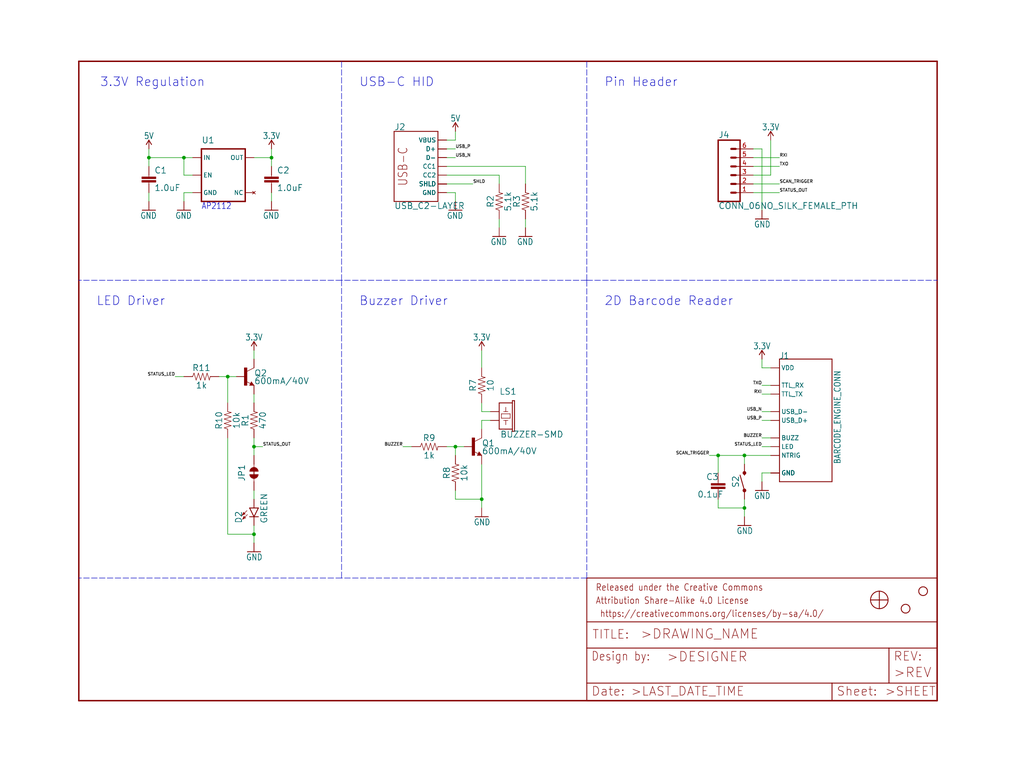
<source format=kicad_sch>
(kicad_sch (version 20211123) (generator eeschema)
  (paper "User" 297.002 223.926)
  (lib_symbols
    (symbol "eagleSchem-eagle-import:0.1UF-0603-25V-(+80{slash}-20%)"
      (property "Reference" "C" (at 1.524 2.921 0))
      (property "Value" "0.1UF-0603-25V-(+80{slash}-20%)" (at 1.524 -2.159 0))
      (symbol "0.1UF-0603-25V-(+80{slash}-20%)_1_0"
        (rectangle (start -2.032 0.508) (end 2.032 1.016) (fill (type outline)))
        (rectangle (start -2.032 1.524) (end 2.032 2.032) (fill (type outline)))
        (polyline (pts (xy 0 0) (xy 0 0.508)) (stroke (width 0.1524)))
        (polyline (pts (xy 0 2.54) (xy 0 2.032)) (stroke (width 0.1524)))
        (pin passive line (at 0 5.08 270) (length 2.54) (name "1") (number "1"))
        (pin passive line (at 0 -2.54 90) (length 2.54) (name "2") (number "2"))
      )
    )
    (symbol "eagleSchem-eagle-import:1.0UF-0603-16V-10%"
      (property "Reference" "C" (at 1.524 2.921 0))
      (property "Value" "1.0UF-0603-16V-10%" (at 1.524 -2.159 0))
      (symbol "1.0UF-0603-16V-10%_1_0"
        (rectangle (start -2.032 0.508) (end 2.032 1.016) (fill (type outline)))
        (rectangle (start -2.032 1.524) (end 2.032 2.032) (fill (type outline)))
        (polyline (pts (xy 0 0) (xy 0 0.508)) (stroke (width 0.1524)))
        (polyline (pts (xy 0 2.54) (xy 0 2.032)) (stroke (width 0.1524)))
        (pin passive line (at 0 5.08 270) (length 2.54) (name "1") (number "1"))
        (pin passive line (at 0 -2.54 90) (length 2.54) (name "2") (number "2"))
      )
    )
    (symbol "eagleSchem-eagle-import:10KOHM-0603-1{slash}10W-1%"
      (property "Reference" "R" (at 0 1.524 0))
      (property "Value" "10KOHM-0603-1{slash}10W-1%" (at 0 -1.524 0))
      (symbol "10KOHM-0603-1{slash}10W-1%_1_0"
        (polyline (pts (xy -2.54 0) (xy -2.159 1.016)) (stroke (width 0.1524)))
        (polyline (pts (xy -2.159 1.016) (xy -1.524 -1.016)) (stroke (width 0.1524)))
        (polyline (pts (xy -1.524 -1.016) (xy -0.889 1.016)) (stroke (width 0.1524)))
        (polyline (pts (xy -0.889 1.016) (xy -0.254 -1.016)) (stroke (width 0.1524)))
        (polyline (pts (xy -0.254 -1.016) (xy 0.381 1.016)) (stroke (width 0.1524)))
        (polyline (pts (xy 0.381 1.016) (xy 1.016 -1.016)) (stroke (width 0.1524)))
        (polyline (pts (xy 1.016 -1.016) (xy 1.651 1.016)) (stroke (width 0.1524)))
        (polyline (pts (xy 1.651 1.016) (xy 2.286 -1.016)) (stroke (width 0.1524)))
        (polyline (pts (xy 2.286 -1.016) (xy 2.54 0)) (stroke (width 0.1524)))
        (pin passive line (at -5.08 0 0) (length 2.54) (name "1") (number "1"))
        (pin passive line (at 5.08 0 180) (length 2.54) (name "2") (number "2"))
      )
    )
    (symbol "eagleSchem-eagle-import:10OHM-0603-1{slash}10W-5%"
      (property "Reference" "R" (at 0 1.524 0))
      (property "Value" "10OHM-0603-1{slash}10W-5%" (at 0 -1.524 0))
      (symbol "10OHM-0603-1{slash}10W-5%_1_0"
        (polyline (pts (xy -2.54 0) (xy -2.159 1.016)) (stroke (width 0.1524)))
        (polyline (pts (xy -2.159 1.016) (xy -1.524 -1.016)) (stroke (width 0.1524)))
        (polyline (pts (xy -1.524 -1.016) (xy -0.889 1.016)) (stroke (width 0.1524)))
        (polyline (pts (xy -0.889 1.016) (xy -0.254 -1.016)) (stroke (width 0.1524)))
        (polyline (pts (xy -0.254 -1.016) (xy 0.381 1.016)) (stroke (width 0.1524)))
        (polyline (pts (xy 0.381 1.016) (xy 1.016 -1.016)) (stroke (width 0.1524)))
        (polyline (pts (xy 1.016 -1.016) (xy 1.651 1.016)) (stroke (width 0.1524)))
        (polyline (pts (xy 1.651 1.016) (xy 2.286 -1.016)) (stroke (width 0.1524)))
        (polyline (pts (xy 2.286 -1.016) (xy 2.54 0)) (stroke (width 0.1524)))
        (pin passive line (at -5.08 0 0) (length 2.54) (name "1") (number "1"))
        (pin passive line (at 5.08 0 180) (length 2.54) (name "2") (number "2"))
      )
    )
    (symbol "eagleSchem-eagle-import:1KOHM-0603-1{slash}10W-1%"
      (property "Reference" "R" (at 0 1.524 0))
      (property "Value" "1KOHM-0603-1{slash}10W-1%" (at 0 -1.524 0))
      (symbol "1KOHM-0603-1{slash}10W-1%_1_0"
        (polyline (pts (xy -2.54 0) (xy -2.159 1.016)) (stroke (width 0.1524)))
        (polyline (pts (xy -2.159 1.016) (xy -1.524 -1.016)) (stroke (width 0.1524)))
        (polyline (pts (xy -1.524 -1.016) (xy -0.889 1.016)) (stroke (width 0.1524)))
        (polyline (pts (xy -0.889 1.016) (xy -0.254 -1.016)) (stroke (width 0.1524)))
        (polyline (pts (xy -0.254 -1.016) (xy 0.381 1.016)) (stroke (width 0.1524)))
        (polyline (pts (xy 0.381 1.016) (xy 1.016 -1.016)) (stroke (width 0.1524)))
        (polyline (pts (xy 1.016 -1.016) (xy 1.651 1.016)) (stroke (width 0.1524)))
        (polyline (pts (xy 1.651 1.016) (xy 2.286 -1.016)) (stroke (width 0.1524)))
        (polyline (pts (xy 2.286 -1.016) (xy 2.54 0)) (stroke (width 0.1524)))
        (pin passive line (at -5.08 0 0) (length 2.54) (name "1") (number "1"))
        (pin passive line (at 5.08 0 180) (length 2.54) (name "2") (number "2"))
      )
    )
    (symbol "eagleSchem-eagle-import:3.3V" (power)
      (property "Value" "3.3V" (at 0 2.794 0))
      (symbol "3.3V_1_0"
        (polyline (pts (xy 0 2.54) (xy -0.762 1.27)) (stroke (width 0.254)))
        (polyline (pts (xy 0.762 1.27) (xy 0 2.54)) (stroke (width 0.254)))
        (pin power_in line (at 0 0 90) (length 2.54) (name "3.3V") (number "1"))
      )
    )
    (symbol "eagleSchem-eagle-import:470OHM-0603-1{slash}10W-1%"
      (property "Reference" "R" (at 0 1.524 0))
      (property "Value" "470OHM-0603-1{slash}10W-1%" (at 0 -1.524 0))
      (symbol "470OHM-0603-1{slash}10W-1%_1_0"
        (polyline (pts (xy -2.54 0) (xy -2.159 1.016)) (stroke (width 0.1524)))
        (polyline (pts (xy -2.159 1.016) (xy -1.524 -1.016)) (stroke (width 0.1524)))
        (polyline (pts (xy -1.524 -1.016) (xy -0.889 1.016)) (stroke (width 0.1524)))
        (polyline (pts (xy -0.889 1.016) (xy -0.254 -1.016)) (stroke (width 0.1524)))
        (polyline (pts (xy -0.254 -1.016) (xy 0.381 1.016)) (stroke (width 0.1524)))
        (polyline (pts (xy 0.381 1.016) (xy 1.016 -1.016)) (stroke (width 0.1524)))
        (polyline (pts (xy 1.016 -1.016) (xy 1.651 1.016)) (stroke (width 0.1524)))
        (polyline (pts (xy 1.651 1.016) (xy 2.286 -1.016)) (stroke (width 0.1524)))
        (polyline (pts (xy 2.286 -1.016) (xy 2.54 0)) (stroke (width 0.1524)))
        (pin passive line (at -5.08 0 0) (length 2.54) (name "1") (number "1"))
        (pin passive line (at 5.08 0 180) (length 2.54) (name "2") (number "2"))
      )
    )
    (symbol "eagleSchem-eagle-import:5.1KOHM5.1KOHM-0603-1{slash}10W-1%"
      (property "Reference" "R" (at 0 1.524 0))
      (property "Value" "5.1KOHM5.1KOHM-0603-1{slash}10W-1%" (at 0 -1.524 0))
      (symbol "5.1KOHM5.1KOHM-0603-1{slash}10W-1%_1_0"
        (polyline (pts (xy -2.54 0) (xy -2.159 1.016)) (stroke (width 0.1524)))
        (polyline (pts (xy -2.159 1.016) (xy -1.524 -1.016)) (stroke (width 0.1524)))
        (polyline (pts (xy -1.524 -1.016) (xy -0.889 1.016)) (stroke (width 0.1524)))
        (polyline (pts (xy -0.889 1.016) (xy -0.254 -1.016)) (stroke (width 0.1524)))
        (polyline (pts (xy -0.254 -1.016) (xy 0.381 1.016)) (stroke (width 0.1524)))
        (polyline (pts (xy 0.381 1.016) (xy 1.016 -1.016)) (stroke (width 0.1524)))
        (polyline (pts (xy 1.016 -1.016) (xy 1.651 1.016)) (stroke (width 0.1524)))
        (polyline (pts (xy 1.651 1.016) (xy 2.286 -1.016)) (stroke (width 0.1524)))
        (polyline (pts (xy 2.286 -1.016) (xy 2.54 0)) (stroke (width 0.1524)))
        (pin passive line (at -5.08 0 0) (length 2.54) (name "1") (number "1"))
        (pin passive line (at 5.08 0 180) (length 2.54) (name "2") (number "2"))
      )
    )
    (symbol "eagleSchem-eagle-import:5V" (power)
      (property "Value" "5V" (at 0 2.794 0))
      (symbol "5V_1_0"
        (polyline (pts (xy 0 2.54) (xy -0.762 1.27)) (stroke (width 0.254)))
        (polyline (pts (xy 0.762 1.27) (xy 0 2.54)) (stroke (width 0.254)))
        (pin power_in line (at 0 0 90) (length 2.54) (name "5V") (number "1"))
      )
    )
    (symbol "eagleSchem-eagle-import:BARCODE_ENGINE_CONN"
      (property "Reference" "J" (at -7.62 17.78 0))
      (property "Value" "BARCODE_ENGINE_CONN" (at -7.62 -20.32 0))
      (symbol "BARCODE_ENGINE_CONN_1_0"
        (polyline (pts (xy -7.62 -17.78) (xy 7.62 -17.78)) (stroke (width 0.254)))
        (polyline (pts (xy -7.62 17.78) (xy -7.62 -17.78)) (stroke (width 0.254)))
        (polyline (pts (xy 7.62 -17.78) (xy 7.62 17.78)) (stroke (width 0.254)))
        (polyline (pts (xy 7.62 17.78) (xy -7.62 17.78)) (stroke (width 0.254)))
        (pin input line (at -10.16 -10.16 0) (length 2.54) (name "NTRIG") (number "P$1"))
        (pin power_in line (at -10.16 -15.24 0) (length 2.54) (name "GND") (number "P$10"))
        (pin power_in line (at -10.16 15.24 0) (length 2.54) (name "VDD") (number "P$11"))
        (pin power_in line (at -10.16 -15.24 0) (length 2.54) (name "GND") (number "P$13"))
        (pin power_in line (at -10.16 -15.24 0) (length 2.54) (name "GND") (number "P$14"))
        (pin input line (at -10.16 -7.62 0) (length 2.54) (name "LED") (number "P$3"))
        (pin output line (at -10.16 -5.08 0) (length 2.54) (name "BUZZ") (number "P$4"))
        (pin bidirectional line (at -10.16 0 0) (length 2.54) (name "USB_D+") (number "P$6"))
        (pin bidirectional line (at -10.16 2.54 0) (length 2.54) (name "USB_D-") (number "P$7"))
        (pin output line (at -10.16 7.62 0) (length 2.54) (name "TTL_TX") (number "P$8"))
        (pin input line (at -10.16 10.16 0) (length 2.54) (name "TTL_RX") (number "P$9"))
      )
    )
    (symbol "eagleSchem-eagle-import:BARCODE_SCANNER_MOUNT"
      (symbol "BARCODE_SCANNER_MOUNT_1_0"
        (polyline (pts (xy -2.54 0) (xy 2.54 0)) (stroke (width 0.254)))
        (polyline (pts (xy 0 2.54) (xy 0 -2.54)) (stroke (width 0.254)))
        (circle (center 0 0) (radius 2.54) (stroke (width 0.254)))
      )
    )
    (symbol "eagleSchem-eagle-import:BUZZER-SMD"
      (property "Reference" "LS" (at -2.54 4.826 0))
      (property "Value" "BUZZER-SMD" (at 5.334 0 0))
      (symbol "BUZZER-SMD_1_0"
        (polyline (pts (xy -3.175 3.81) (xy -2.54 3.81)) (stroke (width 0.254)))
        (polyline (pts (xy -3.175 4.445) (xy -3.175 3.81)) (stroke (width 0.254)))
        (polyline (pts (xy -2.54 0) (xy 5.08 0)) (stroke (width 0.254)))
        (polyline (pts (xy -2.54 3.81) (xy -2.54 0)) (stroke (width 0.254)))
        (polyline (pts (xy -2.54 3.81) (xy 5.08 3.81)) (stroke (width 0.254)))
        (polyline (pts (xy -1.27 1.905) (xy 0 1.905)) (stroke (width 0.1524)))
        (polyline (pts (xy 0 1.905) (xy 0 1.27)) (stroke (width 0.1524)))
        (polyline (pts (xy 0 1.905) (xy 0 2.54)) (stroke (width 0.1524)))
        (polyline (pts (xy 0.635 0.635) (xy 1.905 0.635)) (stroke (width 0.1524)))
        (polyline (pts (xy 0.635 3.175) (xy 0.635 0.635)) (stroke (width 0.1524)))
        (polyline (pts (xy 1.905 0.635) (xy 1.905 3.175)) (stroke (width 0.1524)))
        (polyline (pts (xy 1.905 3.175) (xy 0.635 3.175)) (stroke (width 0.1524)))
        (polyline (pts (xy 2.54 1.905) (xy 2.54 1.27)) (stroke (width 0.1524)))
        (polyline (pts (xy 2.54 1.905) (xy 3.81 1.905)) (stroke (width 0.1524)))
        (polyline (pts (xy 2.54 2.54) (xy 2.54 1.905)) (stroke (width 0.1524)))
        (polyline (pts (xy 5.08 0) (xy 5.08 3.81)) (stroke (width 0.254)))
        (polyline (pts (xy 5.08 3.81) (xy 5.715 3.81)) (stroke (width 0.254)))
        (polyline (pts (xy 5.715 3.81) (xy 5.715 4.445)) (stroke (width 0.254)))
        (polyline (pts (xy 5.715 4.445) (xy -3.175 4.445)) (stroke (width 0.254)))
        (pin passive line (at 0 -2.54 90) (length 2.54) (name "1") (number "+"))
        (pin passive line (at 2.54 -2.54 90) (length 2.54) (name "2") (number "-"))
      )
    )
    (symbol "eagleSchem-eagle-import:CONN_06NO_SILK_FEMALE_PTH"
      (property "Reference" "J" (at -5.08 10.668 0))
      (property "Value" "CONN_06NO_SILK_FEMALE_PTH" (at -5.08 -9.906 0))
      (symbol "CONN_06NO_SILK_FEMALE_PTH_1_0"
        (polyline (pts (xy -5.08 10.16) (xy -5.08 -7.62)) (stroke (width 0.4064)))
        (polyline (pts (xy -5.08 10.16) (xy 1.27 10.16)) (stroke (width 0.4064)))
        (polyline (pts (xy -1.27 -5.08) (xy 0 -5.08)) (stroke (width 0.6096)))
        (polyline (pts (xy -1.27 -2.54) (xy 0 -2.54)) (stroke (width 0.6096)))
        (polyline (pts (xy -1.27 0) (xy 0 0)) (stroke (width 0.6096)))
        (polyline (pts (xy -1.27 2.54) (xy 0 2.54)) (stroke (width 0.6096)))
        (polyline (pts (xy -1.27 5.08) (xy 0 5.08)) (stroke (width 0.6096)))
        (polyline (pts (xy -1.27 7.62) (xy 0 7.62)) (stroke (width 0.6096)))
        (polyline (pts (xy 1.27 -7.62) (xy -5.08 -7.62)) (stroke (width 0.4064)))
        (polyline (pts (xy 1.27 -7.62) (xy 1.27 10.16)) (stroke (width 0.4064)))
        (pin passive line (at 5.08 -5.08 180) (length 5.08) (name "1") (number "1"))
        (pin passive line (at 5.08 -2.54 180) (length 5.08) (name "2") (number "2"))
        (pin passive line (at 5.08 0 180) (length 5.08) (name "3") (number "3"))
        (pin passive line (at 5.08 2.54 180) (length 5.08) (name "4") (number "4"))
        (pin passive line (at 5.08 5.08 180) (length 5.08) (name "5") (number "5"))
        (pin passive line (at 5.08 7.62 180) (length 5.08) (name "6") (number "6"))
      )
    )
    (symbol "eagleSchem-eagle-import:FRAME-LETTERNO_PACKAGE"
      (symbol "FRAME-LETTERNO_PACKAGE_1_0"
        (polyline (pts (xy 0 0) (xy 248.92 0)) (stroke (width 0.4064)))
        (polyline (pts (xy 0 185.42) (xy 0 0)) (stroke (width 0.4064)))
        (polyline (pts (xy 0 185.42) (xy 248.92 185.42)) (stroke (width 0.4064)))
        (polyline (pts (xy 248.92 185.42) (xy 248.92 0)) (stroke (width 0.4064)))
      )
      (symbol "FRAME-LETTERNO_PACKAGE_2_0"
        (polyline (pts (xy 0 0) (xy 0 5.08)) (stroke (width 0.254)))
        (polyline (pts (xy 0 0) (xy 71.12 0)) (stroke (width 0.254)))
        (polyline (pts (xy 0 5.08) (xy 0 15.24)) (stroke (width 0.254)))
        (polyline (pts (xy 0 5.08) (xy 71.12 5.08)) (stroke (width 0.254)))
        (polyline (pts (xy 0 15.24) (xy 0 22.86)) (stroke (width 0.254)))
        (polyline (pts (xy 0 22.86) (xy 0 35.56)) (stroke (width 0.254)))
        (polyline (pts (xy 0 22.86) (xy 101.6 22.86)) (stroke (width 0.254)))
        (polyline (pts (xy 71.12 0) (xy 101.6 0)) (stroke (width 0.254)))
        (polyline (pts (xy 71.12 5.08) (xy 71.12 0)) (stroke (width 0.254)))
        (polyline (pts (xy 71.12 5.08) (xy 87.63 5.08)) (stroke (width 0.254)))
        (polyline (pts (xy 87.63 5.08) (xy 101.6 5.08)) (stroke (width 0.254)))
        (polyline (pts (xy 87.63 15.24) (xy 0 15.24)) (stroke (width 0.254)))
        (polyline (pts (xy 87.63 15.24) (xy 87.63 5.08)) (stroke (width 0.254)))
        (polyline (pts (xy 101.6 5.08) (xy 101.6 0)) (stroke (width 0.254)))
        (polyline (pts (xy 101.6 15.24) (xy 87.63 15.24)) (stroke (width 0.254)))
        (polyline (pts (xy 101.6 15.24) (xy 101.6 5.08)) (stroke (width 0.254)))
        (polyline (pts (xy 101.6 22.86) (xy 101.6 15.24)) (stroke (width 0.254)))
        (polyline (pts (xy 101.6 35.56) (xy 0 35.56)) (stroke (width 0.254)))
        (polyline (pts (xy 101.6 35.56) (xy 101.6 22.86)) (stroke (width 0.254)))
        (text " https://creativecommons.org/licenses/by-sa/4.0/" (at 2.54 24.13 0) (effects (font (size 1.9304 1.6408)) (justify left bottom)))
        (text ">DESIGNER" (at 23.114 11.176 0) (effects (font (size 2.7432 2.7432)) (justify left bottom)))
        (text ">DRAWING_NAME" (at 15.494 17.78 0) (effects (font (size 2.7432 2.7432)) (justify left bottom)))
        (text ">LAST_DATE_TIME" (at 12.7 1.27 0) (effects (font (size 2.54 2.54)) (justify left bottom)))
        (text ">REV" (at 88.9 6.604 0) (effects (font (size 2.7432 2.7432)) (justify left bottom)))
        (text ">SHEET" (at 86.36 1.27 0) (effects (font (size 2.54 2.54)) (justify left bottom)))
        (text "Attribution Share-Alike 4.0 License" (at 2.54 27.94 0) (effects (font (size 1.9304 1.6408)) (justify left bottom)))
        (text "Date:" (at 1.27 1.27 0) (effects (font (size 2.54 2.54)) (justify left bottom)))
        (text "Design by:" (at 1.27 11.43 0) (effects (font (size 2.54 2.159)) (justify left bottom)))
        (text "Released under the Creative Commons" (at 2.54 31.75 0) (effects (font (size 1.9304 1.6408)) (justify left bottom)))
        (text "REV:" (at 88.9 11.43 0) (effects (font (size 2.54 2.54)) (justify left bottom)))
        (text "Sheet:" (at 72.39 1.27 0) (effects (font (size 2.54 2.54)) (justify left bottom)))
        (text "TITLE:" (at 1.524 17.78 0) (effects (font (size 2.54 2.54)) (justify left bottom)))
      )
    )
    (symbol "eagleSchem-eagle-import:GND" (power)
      (property "Value" "GND" (at 0 -0.254 0))
      (symbol "GND_1_0"
        (polyline (pts (xy -1.905 0) (xy 1.905 0)) (stroke (width 0.254)))
        (pin power_in line (at 0 2.54 270) (length 2.54) (name "GND") (number "1"))
      )
    )
    (symbol "eagleSchem-eagle-import:JUMPER-SMT_2_NC_TRACE_SILK"
      (property "Reference" "JP" (at -2.54 2.54 0))
      (property "Value" "JUMPER-SMT_2_NC_TRACE_SILK" (at -2.54 -2.54 0))
      (symbol "JUMPER-SMT_2_NC_TRACE_SILK_1_0"
        (arc (start -0.381 1.2699) (mid -1.6508 0) (end -0.381 -1.2699) (stroke (width 0.0001)) (fill (type outline)))
        (polyline (pts (xy -2.54 0) (xy -1.651 0)) (stroke (width 0.1524)))
        (polyline (pts (xy -0.762 0) (xy 1.016 0)) (stroke (width 0.254)))
        (polyline (pts (xy 2.54 0) (xy 1.651 0)) (stroke (width 0.1524)))
        (arc (start 0.381 -1.2698) (mid 1.279 -0.898) (end 1.6509 0) (stroke (width 0.0001)) (fill (type outline)))
        (arc (start 1.651 0) (mid 1.2789 0.8979) (end 0.381 1.2699) (stroke (width 0.0001)) (fill (type outline)))
        (pin passive line (at -5.08 0 0) (length 2.54) (name "1") (number "1"))
        (pin passive line (at 5.08 0 180) (length 2.54) (name "2") (number "2"))
      )
    )
    (symbol "eagleSchem-eagle-import:LED-GREEN0603"
      (property "Reference" "D" (at -3.429 -4.572 90))
      (property "Value" "LED-GREEN0603" (at 1.905 -4.572 90))
      (symbol "LED-GREEN0603_1_0"
        (polyline (pts (xy -2.032 -0.762) (xy -3.429 -2.159)) (stroke (width 0.1524)))
        (polyline (pts (xy -1.905 -1.905) (xy -3.302 -3.302)) (stroke (width 0.1524)))
        (polyline (pts (xy 0 -2.54) (xy -1.27 -2.54)) (stroke (width 0.254)))
        (polyline (pts (xy 0 -2.54) (xy -1.27 0)) (stroke (width 0.254)))
        (polyline (pts (xy 1.27 -2.54) (xy 0 -2.54)) (stroke (width 0.254)))
        (polyline (pts (xy 1.27 0) (xy -1.27 0)) (stroke (width 0.254)))
        (polyline (pts (xy 1.27 0) (xy 0 -2.54)) (stroke (width 0.254)))
        (polyline (pts (xy -3.429 -2.159) (xy -3.048 -1.27) (xy -2.54 -1.778)) (fill (type outline)))
        (polyline (pts (xy -3.302 -3.302) (xy -2.921 -2.413) (xy -2.413 -2.921)) (fill (type outline)))
        (pin passive line (at 0 2.54 270) (length 2.54) (name "A") (number "A"))
        (pin passive line (at 0 -5.08 90) (length 2.54) (name "C") (number "C"))
      )
    )
    (symbol "eagleSchem-eagle-import:MOMENTARY-SWITCH-SPST-SMD-5.2MM-TALL"
      (property "Reference" "S" (at 0 1.524 0))
      (property "Value" "MOMENTARY-SWITCH-SPST-SMD-5.2MM-TALL" (at 0 -0.508 0))
      (symbol "MOMENTARY-SWITCH-SPST-SMD-5.2MM-TALL_1_0"
        (circle (center -2.54 0) (radius 0.127) (stroke (width 0.4064)))
        (polyline (pts (xy -2.54 0) (xy 1.905 1.27)) (stroke (width 0.254)))
        (polyline (pts (xy 1.905 0) (xy 2.54 0)) (stroke (width 0.254)))
        (circle (center 2.54 0) (radius 0.127) (stroke (width 0.4064)))
        (pin passive line (at -5.08 0 0) (length 2.54) (name "1") (number "1"))
        (pin passive line (at 5.08 0 180) (length 2.54) (name "2") (number "3"))
      )
    )
    (symbol "eagleSchem-eagle-import:STAND-OFF"
      (symbol "STAND-OFF_1_0"
        (circle (center 0 0) (radius 1.27) (stroke (width 0.254)))
      )
    )
    (symbol "eagleSchem-eagle-import:TRANS_NPN-MMBT2222AL"
      (property "Reference" "Q" (at 2.54 0 0))
      (property "Value" "TRANS_NPN-MMBT2222AL" (at 2.54 -2.286 0))
      (symbol "TRANS_NPN-MMBT2222AL_1_0"
        (rectangle (start -0.254 -2.54) (end 0.508 2.54) (fill (type outline)))
        (polyline (pts (xy 1.27 -2.54) (xy 1.778 -1.524)) (stroke (width 0.1524)))
        (polyline (pts (xy 1.524 -2.413) (xy 2.286 -2.413)) (stroke (width 0.254)))
        (polyline (pts (xy 1.524 -2.286) (xy 1.905 -2.286)) (stroke (width 0.254)))
        (polyline (pts (xy 1.54 -2.04) (xy 0.308 -1.424)) (stroke (width 0.1524)))
        (polyline (pts (xy 1.778 -1.778) (xy 1.524 -2.286)) (stroke (width 0.254)))
        (polyline (pts (xy 1.778 -1.524) (xy 2.54 -2.54)) (stroke (width 0.1524)))
        (polyline (pts (xy 1.905 -2.286) (xy 1.778 -2.032)) (stroke (width 0.254)))
        (polyline (pts (xy 2.286 -2.413) (xy 1.778 -1.778)) (stroke (width 0.254)))
        (polyline (pts (xy 2.54 -2.54) (xy 1.27 -2.54)) (stroke (width 0.1524)))
        (polyline (pts (xy 2.54 2.54) (xy 0.508 1.524)) (stroke (width 0.1524)))
        (pin passive line (at -2.54 0 0) (length 2.54) (name "B") (number "1"))
        (pin passive line (at 2.54 -5.08 90) (length 2.54) (name "E") (number "2"))
        (pin passive line (at 2.54 5.08 270) (length 2.54) (name "C") (number "3"))
      )
    )
    (symbol "eagleSchem-eagle-import:USB_C2-LAYER"
      (property "Reference" "J" (at -2.54 10.414 0))
      (property "Value" "USB_C2-LAYER" (at -2.54 -12.446 0))
      (symbol "USB_C2-LAYER_1_0"
        (polyline (pts (xy -2.54 -10.16) (xy -2.54 10.16)) (stroke (width 0.254)))
        (polyline (pts (xy -2.54 -10.16) (xy 10.16 -10.16)) (stroke (width 0.254)))
        (polyline (pts (xy 10.16 -10.16) (xy 10.16 10.16)) (stroke (width 0.254)))
        (polyline (pts (xy 10.16 10.16) (xy -2.54 10.16)) (stroke (width 0.254)))
        (text "USB-C" (at 0 0 900) (effects (font (size 2.54 2.159))))
        (pin bidirectional line (at 12.7 0 180) (length 2.54) (name "CC1") (number "A5"))
        (pin bidirectional line (at 12.7 5.08 180) (length 2.54) (name "D+") (number "A6"))
        (pin bidirectional line (at 12.7 2.54 180) (length 2.54) (name "D-") (number "A7"))
        (pin bidirectional line (at 12.7 -2.54 180) (length 2.54) (name "CC2") (number "B5"))
        (pin bidirectional line (at 12.7 5.08 180) (length 2.54) (name "D+") (number "B6"))
        (pin bidirectional line (at 12.7 2.54 180) (length 2.54) (name "D-") (number "B7"))
        (pin bidirectional line (at 12.7 -7.62 180) (length 2.54) (name "GND") (number "GND"))
        (pin bidirectional line (at 12.7 -7.62 180) (length 2.54) (name "GND") (number "GND2"))
        (pin bidirectional line (at 12.7 -5.08 180) (length 2.54) (name "SHLD") (number "SHLD1"))
        (pin bidirectional line (at 12.7 -5.08 180) (length 2.54) (name "SHLD") (number "SHLD2"))
        (pin bidirectional line (at 12.7 -5.08 180) (length 2.54) (name "SHLD") (number "SHLD3"))
        (pin bidirectional line (at 12.7 -5.08 180) (length 2.54) (name "SHLD") (number "SHLD4"))
        (pin bidirectional line (at 12.7 -5.08 180) (length 2.54) (name "SHLD") (number "SHLD5"))
        (pin bidirectional line (at 12.7 -5.08 180) (length 2.54) (name "SHLD") (number "SHLD6"))
        (pin bidirectional line (at 12.7 -5.08 180) (length 2.54) (name "SHLD") (number "SHLD7"))
        (pin bidirectional line (at 12.7 -5.08 180) (length 2.54) (name "SHLD") (number "SHLD8"))
        (pin bidirectional line (at 12.7 7.62 180) (length 2.54) (name "VBUS") (number "VBUS1"))
        (pin bidirectional line (at 12.7 7.62 180) (length 2.54) (name "VBUS") (number "VBUS2"))
      )
    )
    (symbol "eagleSchem-eagle-import:V_REG_AP2112K-3.3V"
      (property "Reference" "U" (at -7.62 7.874 0))
      (property "Value" "V_REG_AP2112K-3.3V" (at -7.62 -7.874 0))
      (symbol "V_REG_AP2112K-3.3V_1_0"
        (polyline (pts (xy -7.62 -7.62) (xy 5.08 -7.62)) (stroke (width 0.4064)))
        (polyline (pts (xy -7.62 7.62) (xy -7.62 -7.62)) (stroke (width 0.4064)))
        (polyline (pts (xy 5.08 -7.62) (xy 5.08 7.62)) (stroke (width 0.4064)))
        (polyline (pts (xy 5.08 7.62) (xy -7.62 7.62)) (stroke (width 0.4064)))
        (pin input line (at -10.16 5.08 0) (length 2.54) (name "IN") (number "1"))
        (pin input line (at -10.16 -5.08 0) (length 2.54) (name "GND") (number "2"))
        (pin input line (at -10.16 0 0) (length 2.54) (name "EN") (number "3"))
        (pin no_connect line (at 7.62 -5.08 180) (length 2.54) (name "NC") (number "4"))
        (pin passive line (at 7.62 5.08 180) (length 2.54) (name "OUT") (number "5"))
      )
    )
  )
  (junction (at 139.7 144.78))
  (junction (at 132.08 129.54))
  (junction (at 43.18 45.72))
  (junction (at 53.34 45.72))
  (junction (at 78.74 45.72))
  (junction (at 208.28 132.08))
  (junction (at 215.9 132.08))
  (junction (at 66.04 109.22))
  (junction (at 73.66 154.94))
  (junction (at 73.66 129.54))
  (junction (at 215.9 147.32))
  (wire (pts (xy 208.28 144.78) (xy 208.28 147.32)))
  (wire (pts (xy 132.08 55.88) (xy 132.08 58.42)))
  (wire (pts (xy 208.28 147.32) (xy 215.9 147.32)))
  (polyline (pts (xy 170.18 167.64) (xy 99.06 167.64)))
  (wire (pts (xy 73.66 129.54) (xy 76.2 129.54)))
  (wire (pts (xy 66.04 109.22) (xy 68.58 109.22)))
  (wire (pts (xy 55.88 50.8) (xy 53.34 50.8)))
  (wire (pts (xy 218.44 43.18) (xy 220.98 43.18)))
  (wire (pts (xy 129.54 43.18) (xy 132.08 43.18)))
  (wire (pts (xy 144.78 66.04) (xy 144.78 63.5)))
  (wire (pts (xy 223.52 114.3) (xy 220.98 114.3)))
  (wire (pts (xy 218.44 50.8) (xy 223.52 50.8)))
  (wire (pts (xy 53.34 55.88) (xy 53.34 58.42)))
  (wire (pts (xy 215.9 147.32) (xy 215.9 144.78)))
  (wire (pts (xy 66.04 154.94) (xy 73.66 154.94)))
  (wire (pts (xy 78.74 58.42) (xy 78.74 55.88)))
  (wire (pts (xy 139.7 144.78) (xy 139.7 147.32)))
  (wire (pts (xy 129.54 50.8) (xy 144.78 50.8)))
  (wire (pts (xy 129.54 55.88) (xy 132.08 55.88)))
  (wire (pts (xy 132.08 129.54) (xy 129.54 129.54)))
  (wire (pts (xy 119.38 129.54) (xy 116.84 129.54)))
  (wire (pts (xy 220.98 137.16) (xy 220.98 139.7)))
  (wire (pts (xy 129.54 48.26) (xy 152.4 48.26)))
  (wire (pts (xy 223.52 129.54) (xy 220.98 129.54)))
  (wire (pts (xy 144.78 50.8) (xy 144.78 53.34)))
  (wire (pts (xy 53.34 45.72) (xy 43.18 45.72)))
  (wire (pts (xy 223.52 137.16) (xy 220.98 137.16)))
  (wire (pts (xy 132.08 144.78) (xy 139.7 144.78)))
  (wire (pts (xy 142.24 119.38) (xy 139.7 119.38)))
  (wire (pts (xy 220.98 106.68) (xy 220.98 104.14)))
  (wire (pts (xy 152.4 53.34) (xy 152.4 48.26)))
  (wire (pts (xy 208.28 132.08) (xy 205.74 132.08)))
  (wire (pts (xy 73.66 101.6) (xy 73.66 104.14)))
  (wire (pts (xy 208.28 137.16) (xy 208.28 132.08)))
  (wire (pts (xy 139.7 144.78) (xy 139.7 134.62)))
  (polyline (pts (xy 99.06 81.28) (xy 99.06 17.78)))
  (polyline (pts (xy 170.18 81.28) (xy 170.18 17.78)))
  (polyline (pts (xy 99.06 167.64) (xy 22.86 167.64)))
  (wire (pts (xy 215.9 149.86) (xy 215.9 147.32)))
  (wire (pts (xy 139.7 119.38) (xy 139.7 116.84)))
  (wire (pts (xy 73.66 127) (xy 73.66 129.54)))
  (polyline (pts (xy 99.06 81.28) (xy 22.86 81.28)))
  (wire (pts (xy 53.34 50.8) (xy 53.34 45.72)))
  (wire (pts (xy 132.08 142.24) (xy 132.08 144.78)))
  (wire (pts (xy 218.44 53.34) (xy 226.06 53.34)))
  (wire (pts (xy 223.52 106.68) (xy 220.98 106.68)))
  (wire (pts (xy 43.18 48.26) (xy 43.18 45.72)))
  (wire (pts (xy 215.9 132.08) (xy 215.9 134.62)))
  (polyline (pts (xy 99.06 81.28) (xy 99.06 167.64)))
  (polyline (pts (xy 170.18 81.28) (xy 271.78 81.28)))
  (wire (pts (xy 73.66 154.94) (xy 73.66 152.4)))
  (wire (pts (xy 132.08 129.54) (xy 132.08 132.08)))
  (wire (pts (xy 223.52 40.64) (xy 223.52 50.8)))
  (wire (pts (xy 43.18 43.18) (xy 43.18 45.72)))
  (wire (pts (xy 218.44 45.72) (xy 226.06 45.72)))
  (wire (pts (xy 134.62 129.54) (xy 132.08 129.54)))
  (wire (pts (xy 53.34 109.22) (xy 50.8 109.22)))
  (wire (pts (xy 129.54 45.72) (xy 132.08 45.72)))
  (wire (pts (xy 73.66 116.84) (xy 73.66 114.3)))
  (wire (pts (xy 132.08 40.64) (xy 132.08 38.1)))
  (wire (pts (xy 66.04 116.84) (xy 66.04 109.22)))
  (wire (pts (xy 78.74 45.72) (xy 78.74 48.26)))
  (polyline (pts (xy 170.18 167.64) (xy 170.18 81.28)))
  (wire (pts (xy 66.04 109.22) (xy 63.5 109.22)))
  (wire (pts (xy 218.44 55.88) (xy 226.06 55.88)))
  (wire (pts (xy 223.52 119.38) (xy 220.98 119.38)))
  (wire (pts (xy 66.04 127) (xy 66.04 154.94)))
  (wire (pts (xy 129.54 40.64) (xy 132.08 40.64)))
  (wire (pts (xy 73.66 142.24) (xy 73.66 144.78)))
  (wire (pts (xy 223.52 111.76) (xy 220.98 111.76)))
  (wire (pts (xy 73.66 157.48) (xy 73.66 154.94)))
  (wire (pts (xy 223.52 127) (xy 220.98 127)))
  (wire (pts (xy 73.66 129.54) (xy 73.66 132.08)))
  (wire (pts (xy 43.18 58.42) (xy 43.18 55.88)))
  (wire (pts (xy 129.54 53.34) (xy 137.16 53.34)))
  (wire (pts (xy 139.7 121.92) (xy 142.24 121.92)))
  (wire (pts (xy 220.98 43.18) (xy 220.98 60.96)))
  (wire (pts (xy 139.7 124.46) (xy 139.7 121.92)))
  (wire (pts (xy 152.4 66.04) (xy 152.4 63.5)))
  (wire (pts (xy 223.52 132.08) (xy 215.9 132.08)))
  (wire (pts (xy 55.88 55.88) (xy 53.34 55.88)))
  (wire (pts (xy 78.74 43.18) (xy 78.74 45.72)))
  (polyline (pts (xy 170.18 81.28) (xy 99.06 81.28)))
  (wire (pts (xy 53.34 45.72) (xy 55.88 45.72)))
  (wire (pts (xy 139.7 106.68) (xy 139.7 101.6)))
  (wire (pts (xy 208.28 132.08) (xy 215.9 132.08)))
  (wire (pts (xy 223.52 121.92) (xy 220.98 121.92)))
  (wire (pts (xy 78.74 45.72) (xy 73.66 45.72)))
  (wire (pts (xy 218.44 48.26) (xy 226.06 48.26)))
  (text "AP2112" (at 58.42 60.96 180) (effects (font (size 1.778 1.5113)) (justify left bottom)))
  (text "LED Driver" (at 27.94 88.9 180) (effects (font (size 2.54 2.54)) (justify left bottom)))
  (text "USB-C HID" (at 104.14 25.4 180) (effects (font (size 2.54 2.54)) (justify left bottom)))
  (text "2D Barcode Reader" (at 175.26 88.9 180) (effects (font (size 2.54 2.54)) (justify left bottom)))
  (text "Pin Header" (at 175.26 25.4 180) (effects (font (size 2.54 2.54)) (justify left bottom)))
  (text "Buzzer Driver" (at 104.14 88.9 180) (effects (font (size 2.54 2.54)) (justify left bottom)))
  (text "3.3V Regulation" (at 28.956 25.4 180) (effects (font (size 2.54 2.54)) (justify left bottom)))
  (label "STATUS_LED" (at 220.98 129.54 180) (effects (font (size 0.889 0.889))))
  (label "RXI" (at 226.06 45.72 0) (effects (font (size 0.889 0.889))))
  (label "STATUS_LED" (at 50.8 109.22 180) (effects (font (size 0.889 0.889))))
  (label "SCAN_TRIGGER" (at 205.74 132.08 180) (effects (font (size 0.889 0.889))))
  (label "BUZZER" (at 116.84 129.54 180) (effects (font (size 0.889 0.889))))
  (label "STATUS_OUT" (at 76.2 129.54 0) (effects (font (size 0.889 0.889))))
  (label "USB_P" (at 132.08 43.18 0) (effects (font (size 0.889 0.889))))
  (label "BUZZER" (at 220.98 127 180) (effects (font (size 0.889 0.889))))
  (label "USB_N" (at 220.98 119.38 180) (effects (font (size 0.889 0.889))))
  (label "TXO" (at 226.06 48.26 0) (effects (font (size 0.889 0.889))))
  (label "SCAN_TRIGGER" (at 226.06 53.34 0) (effects (font (size 0.889 0.889))))
  (label "STATUS_OUT" (at 226.06 55.88 0) (effects (font (size 0.889 0.889))))
  (label "RXI" (at 220.98 114.3 180) (effects (font (size 0.889 0.889))))
  (label "USB_P" (at 220.98 121.92 180) (effects (font (size 0.889 0.889))))
  (label "USB_N" (at 132.08 45.72 0) (effects (font (size 0.889 0.889))))
  (label "TXO" (at 220.98 111.76 180) (effects (font (size 0.889 0.889))))
  (label "SHLD" (at 137.16 53.34 0) (effects (font (size 0.889 0.889))))
  (symbol (lib_id "eagleSchem-eagle-import:1KOHM-0603-1{slash}10W-1%") (at 124.46 129.54 0) (unit 1)
    (property "Reference" "R9" (at 124.46 128.016 0) (effects (font (size 1.778 1.778)) (justify bottom)))
    (property "Value" "1k" (at 124.46 131.064 0) (effects (font (size 1.778 1.778)) (justify top)))
    (property "Footprint" "eagleSchem:0603" (effects hide))
  )
  (symbol (lib_id "eagleSchem-eagle-import:5V") (at 43.18 43.18 0) (unit 1)
    (property "Reference" "#SUPPLY8" (effects hide))
    (property "Value" "5V" (at 43.18 40.386 0) (effects (font (size 1.778 1.5113)) (justify bottom)))
    (property "Footprint" "eagleSchem:" (effects hide))
  )
  (symbol (lib_id "eagleSchem-eagle-import:1KOHM-0603-1{slash}10W-1%") (at 58.42 109.22 0) (unit 1)
    (property "Reference" "R11" (at 58.42 107.696 0) (effects (font (size 1.778 1.778)) (justify bottom)))
    (property "Value" "1k" (at 58.42 110.744 0) (effects (font (size 1.778 1.778)) (justify top)))
    (property "Footprint" "eagleSchem:0603" (effects hide))
  )
  (symbol (lib_id "eagleSchem-eagle-import:3.3V") (at 78.74 43.18 0) (unit 1)
    (property "Reference" "#SUPPLY10" (effects hide))
    (property "Value" "3.3V" (at 78.74 40.386 0) (effects (font (size 1.778 1.5113)) (justify bottom)))
    (property "Footprint" "eagleSchem:" (effects hide))
  )
  (symbol (lib_id "eagleSchem-eagle-import:1.0UF-0603-16V-10%") (at 78.74 53.34 0) (unit 1)
    (property "Reference" "C2" (at 80.264 50.419 0) (effects (font (size 1.778 1.778)) (justify left bottom)))
    (property "Value" "1.0uF" (at 80.264 55.499 0) (effects (font (size 1.778 1.778)) (justify left bottom)))
    (property "Footprint" "eagleSchem:0603" (effects hide))
  )
  (symbol (lib_id "eagleSchem-eagle-import:3.3V") (at 73.66 101.6 0) (unit 1)
    (property "Reference" "#SUPPLY6" (effects hide))
    (property "Value" "3.3V" (at 73.66 98.806 0) (effects (font (size 1.778 1.5113)) (justify bottom)))
    (property "Footprint" "eagleSchem:" (effects hide))
  )
  (symbol (lib_id "eagleSchem-eagle-import:GND") (at 215.9 152.4 0) (mirror y) (unit 1)
    (property "Reference" "#GND13" (effects hide))
    (property "Value" "GND" (at 218.44 154.94 0) (effects (font (size 1.778 1.5113)) (justify left bottom)))
    (property "Footprint" "eagleSchem:" (effects hide))
  )
  (symbol (lib_id "eagleSchem-eagle-import:GND") (at 132.08 60.96 0) (unit 1)
    (property "Reference" "#GND4" (effects hide))
    (property "Value" "GND" (at 129.54 63.5 0) (effects (font (size 1.778 1.5113)) (justify left bottom)))
    (property "Footprint" "eagleSchem:" (effects hide))
  )
  (symbol (lib_id "eagleSchem-eagle-import:GND") (at 78.74 60.96 0) (unit 1)
    (property "Reference" "#GND5" (effects hide))
    (property "Value" "GND" (at 76.2 63.5 0) (effects (font (size 1.778 1.5113)) (justify left bottom)))
    (property "Footprint" "eagleSchem:" (effects hide))
  )
  (symbol (lib_id "eagleSchem-eagle-import:BARCODE_SCANNER_MOUNT") (at 255.016 173.99 0) (unit 1)
    (property "Reference" "U$1" (effects hide))
    (property "Value" "BARCODE_SCANNER_MOUNT" (effects hide))
    (property "Footprint" "eagleSchem:BARCODE_SCANNER_MOUNT" (effects hide))
  )
  (symbol (lib_id "eagleSchem-eagle-import:470OHM-0603-1{slash}10W-1%") (at 73.66 121.92 90) (unit 1)
    (property "Reference" "R1" (at 72.136 121.92 0) (effects (font (size 1.778 1.778)) (justify bottom)))
    (property "Value" "470" (at 75.184 121.92 0) (effects (font (size 1.778 1.778)) (justify top)))
    (property "Footprint" "eagleSchem:0603" (effects hide))
  )
  (symbol (lib_id "eagleSchem-eagle-import:USB_C2-LAYER") (at 116.84 48.26 0) (unit 1)
    (property "Reference" "J2" (at 114.3 37.846 0) (effects (font (size 1.778 1.778)) (justify left bottom)))
    (property "Value" "USB_C2-LAYER" (at 114.3 60.706 0) (effects (font (size 1.778 1.778)) (justify left bottom)))
    (property "Footprint" "eagleSchem:USB-C-16P" (effects hide))
  )
  (symbol (lib_id "eagleSchem-eagle-import:GND") (at 43.18 60.96 0) (unit 1)
    (property "Reference" "#GND6" (effects hide))
    (property "Value" "GND" (at 40.64 63.5 0) (effects (font (size 1.778 1.5113)) (justify left bottom)))
    (property "Footprint" "eagleSchem:" (effects hide))
  )
  (symbol (lib_id "eagleSchem-eagle-import:0.1UF-0603-25V-(+80{slash}-20%)") (at 208.28 142.24 0) (unit 1)
    (property "Reference" "C3" (at 204.724 139.319 0) (effects (font (size 1.778 1.778)) (justify left bottom)))
    (property "Value" "0.1uF" (at 202.184 144.399 0) (effects (font (size 1.778 1.778)) (justify left bottom)))
    (property "Footprint" "eagleSchem:0603" (effects hide))
  )
  (symbol (lib_id "eagleSchem-eagle-import:JUMPER-SMT_2_NC_TRACE_SILK") (at 73.66 137.16 90) (unit 1)
    (property "Reference" "JP1" (at 71.12 139.7 0) (effects (font (size 1.778 1.778)) (justify left bottom)))
    (property "Value" "JUMPER-SMT_2_NC_TRACE_SILK" (effects hide))
    (property "Footprint" "eagleSchem:SMT-JUMPER_2_NC_TRACE_SILK" (effects hide))
  )
  (symbol (lib_id "eagleSchem-eagle-import:5.1KOHM5.1KOHM-0603-1{slash}10W-1%") (at 152.4 58.42 90) (unit 1)
    (property "Reference" "R3" (at 150.876 58.42 0) (effects (font (size 1.778 1.778)) (justify bottom)))
    (property "Value" "5.1k" (at 153.924 58.42 0) (effects (font (size 1.778 1.778)) (justify top)))
    (property "Footprint" "eagleSchem:0603" (effects hide))
  )
  (symbol (lib_id "eagleSchem-eagle-import:TRANS_NPN-MMBT2222AL") (at 71.12 109.22 0) (unit 1)
    (property "Reference" "Q2" (at 73.66 109.22 0) (effects (font (size 1.778 1.778)) (justify left bottom)))
    (property "Value" "600mA/40V" (at 73.66 111.506 0) (effects (font (size 1.778 1.778)) (justify left bottom)))
    (property "Footprint" "eagleSchem:SOT23-3" (effects hide))
  )
  (symbol (lib_id "eagleSchem-eagle-import:V_REG_AP2112K-3.3V") (at 66.04 50.8 0) (unit 1)
    (property "Reference" "U1" (at 58.42 41.656 0) (effects (font (size 1.778 1.778)) (justify left bottom)))
    (property "Value" "3.3V" (effects hide))
    (property "Footprint" "eagleSchem:SOT23-5" (effects hide))
  )
  (symbol (lib_id "eagleSchem-eagle-import:GND") (at 53.34 60.96 0) (unit 1)
    (property "Reference" "#GND9" (effects hide))
    (property "Value" "GND" (at 50.8 63.5 0) (effects (font (size 1.778 1.5113)) (justify left bottom)))
    (property "Footprint" "eagleSchem:" (effects hide))
  )
  (symbol (lib_id "eagleSchem-eagle-import:GND") (at 220.98 142.24 0) (mirror y) (unit 1)
    (property "Reference" "#GND3" (effects hide))
    (property "Value" "GND" (at 223.52 144.78 0) (effects (font (size 1.778 1.5113)) (justify left bottom)))
    (property "Footprint" "eagleSchem:" (effects hide))
  )
  (symbol (lib_id "eagleSchem-eagle-import:BUZZER-SMD") (at 144.78 119.38 270) (unit 1)
    (property "Reference" "LS1" (at 144.78 114.554 90) (effects (font (size 1.778 1.778)) (justify left bottom)))
    (property "Value" "BUZZER-SMD" (at 145.034 127 90) (effects (font (size 1.778 1.778)) (justify left bottom)))
    (property "Footprint" "eagleSchem:BUZZER-CCV" (effects hide))
  )
  (symbol (lib_id "eagleSchem-eagle-import:FRAME-LETTERNO_PACKAGE") (at 22.86 203.2 0) (unit 1)
    (property "Reference" "FRAME1" (effects hide))
    (property "Value" "FRAME-LETTERNO_PACKAGE" (effects hide))
    (property "Footprint" "eagleSchem:DUMMY" (effects hide))
  )
  (symbol (lib_id "eagleSchem-eagle-import:MOMENTARY-SWITCH-SPST-SMD-5.2MM-TALL") (at 215.9 139.7 90) (unit 1)
    (property "Reference" "S2" (at 214.376 139.7 0) (effects (font (size 1.778 1.778)) (justify bottom)))
    (property "Value" "MOMENTARY-SWITCH-SPST-SMD-5.2MM-TALL" (effects hide))
    (property "Footprint" "eagleSchem:TACTILE_SWITCH_SMD_5.2MM" (effects hide))
  )
  (symbol (lib_id "eagleSchem-eagle-import:10KOHM-0603-1{slash}10W-1%") (at 66.04 121.92 90) (unit 1)
    (property "Reference" "R10" (at 64.516 121.92 0) (effects (font (size 1.778 1.778)) (justify bottom)))
    (property "Value" "10k" (at 67.564 121.92 0) (effects (font (size 1.778 1.778)) (justify top)))
    (property "Footprint" "eagleSchem:0603" (effects hide))
  )
  (symbol (lib_id "eagleSchem-eagle-import:3.3V") (at 223.52 40.64 0) (unit 1)
    (property "Reference" "#SUPPLY7" (effects hide))
    (property "Value" "3.3V" (at 223.52 37.846 0) (effects (font (size 1.778 1.5113)) (justify bottom)))
    (property "Footprint" "eagleSchem:" (effects hide))
  )
  (symbol (lib_id "eagleSchem-eagle-import:3.3V") (at 220.98 104.14 0) (unit 1)
    (property "Reference" "#SUPPLY3" (effects hide))
    (property "Value" "3.3V" (at 220.98 101.346 0) (effects (font (size 1.778 1.5113)) (justify bottom)))
    (property "Footprint" "eagleSchem:" (effects hide))
  )
  (symbol (lib_id "eagleSchem-eagle-import:STAND-OFF") (at 262.636 176.53 0) (unit 1)
    (property "Reference" "H3" (effects hide))
    (property "Value" "STAND-OFF" (effects hide))
    (property "Footprint" "eagleSchem:STAND-OFF" (effects hide))
  )
  (symbol (lib_id "eagleSchem-eagle-import:GND") (at 73.66 160.02 0) (mirror y) (unit 1)
    (property "Reference" "#GND10" (effects hide))
    (property "Value" "GND" (at 76.2 162.56 0) (effects (font (size 1.778 1.5113)) (justify left bottom)))
    (property "Footprint" "eagleSchem:" (effects hide))
  )
  (symbol (lib_id "eagleSchem-eagle-import:3.3V") (at 139.7 101.6 0) (unit 1)
    (property "Reference" "#SUPPLY5" (effects hide))
    (property "Value" "3.3V" (at 139.7 98.806 0) (effects (font (size 1.778 1.5113)) (justify bottom)))
    (property "Footprint" "eagleSchem:" (effects hide))
  )
  (symbol (lib_id "eagleSchem-eagle-import:LED-GREEN0603") (at 73.66 147.32 0) (unit 1)
    (property "Reference" "D2" (at 70.231 151.892 90) (effects (font (size 1.778 1.778)) (justify left bottom)))
    (property "Value" "GREEN" (at 75.565 151.892 90) (effects (font (size 1.778 1.778)) (justify left top)))
    (property "Footprint" "eagleSchem:LED-0603" (effects hide))
  )
  (symbol (lib_id "eagleSchem-eagle-import:5.1KOHM5.1KOHM-0603-1{slash}10W-1%") (at 144.78 58.42 90) (unit 1)
    (property "Reference" "R2" (at 143.256 58.42 0) (effects (font (size 1.778 1.778)) (justify bottom)))
    (property "Value" "5.1k" (at 146.304 58.42 0) (effects (font (size 1.778 1.778)) (justify top)))
    (property "Footprint" "eagleSchem:0603" (effects hide))
  )
  (symbol (lib_id "eagleSchem-eagle-import:CONN_06NO_SILK_FEMALE_PTH") (at 213.36 50.8 0) (unit 1)
    (property "Reference" "J4" (at 208.28 40.132 0) (effects (font (size 1.778 1.778)) (justify left bottom)))
    (property "Value" "CONN_06NO_SILK_FEMALE_PTH" (at 208.28 60.706 0) (effects (font (size 1.778 1.778)) (justify left bottom)))
    (property "Footprint" "eagleSchem:1X06_NO_SILK" (effects hide))
  )
  (symbol (lib_id "eagleSchem-eagle-import:FRAME-LETTERNO_PACKAGE") (at 170.18 203.2 0) (unit 2)
    (property "Reference" "FRAME1" (effects hide))
    (property "Value" "FRAME-LETTERNO_PACKAGE" (effects hide))
    (property "Footprint" "eagleSchem:DUMMY" (effects hide))
  )
  (symbol (lib_id "eagleSchem-eagle-import:5V") (at 132.08 38.1 0) (unit 1)
    (property "Reference" "#SUPPLY4" (effects hide))
    (property "Value" "5V" (at 132.08 35.306 0) (effects (font (size 1.778 1.5113)) (justify bottom)))
    (property "Footprint" "eagleSchem:" (effects hide))
  )
  (symbol (lib_id "eagleSchem-eagle-import:1.0UF-0603-16V-10%") (at 43.18 53.34 0) (unit 1)
    (property "Reference" "C1" (at 44.704 50.419 0) (effects (font (size 1.778 1.778)) (justify left bottom)))
    (property "Value" "1.0uF" (at 44.704 55.499 0) (effects (font (size 1.778 1.778)) (justify left bottom)))
    (property "Footprint" "eagleSchem:0603" (effects hide))
  )
  (symbol (lib_id "eagleSchem-eagle-import:GND") (at 144.78 68.58 0) (unit 1)
    (property "Reference" "#GND1" (effects hide))
    (property "Value" "GND" (at 142.24 71.12 0) (effects (font (size 1.778 1.5113)) (justify left bottom)))
    (property "Footprint" "eagleSchem:" (effects hide))
  )
  (symbol (lib_id "eagleSchem-eagle-import:10KOHM-0603-1{slash}10W-1%") (at 132.08 137.16 90) (unit 1)
    (property "Reference" "R8" (at 130.556 137.16 0) (effects (font (size 1.778 1.778)) (justify bottom)))
    (property "Value" "10k" (at 133.604 137.16 0) (effects (font (size 1.778 1.778)) (justify top)))
    (property "Footprint" "eagleSchem:0603" (effects hide))
  )
  (symbol (lib_id "eagleSchem-eagle-import:GND") (at 220.98 63.5 0) (mirror y) (unit 1)
    (property "Reference" "#GND15" (effects hide))
    (property "Value" "GND" (at 223.52 66.04 0) (effects (font (size 1.778 1.5113)) (justify left bottom)))
    (property "Footprint" "eagleSchem:" (effects hide))
  )
  (symbol (lib_id "eagleSchem-eagle-import:GND") (at 152.4 68.58 0) (unit 1)
    (property "Reference" "#GND7" (effects hide))
    (property "Value" "GND" (at 149.86 71.12 0) (effects (font (size 1.778 1.5113)) (justify left bottom)))
    (property "Footprint" "eagleSchem:" (effects hide))
  )
  (symbol (lib_id "eagleSchem-eagle-import:GND") (at 139.7 149.86 0) (mirror y) (unit 1)
    (property "Reference" "#GND8" (effects hide))
    (property "Value" "GND" (at 142.24 152.4 0) (effects (font (size 1.778 1.5113)) (justify left bottom)))
    (property "Footprint" "eagleSchem:" (effects hide))
  )
  (symbol (lib_id "eagleSchem-eagle-import:BARCODE_ENGINE_CONN") (at 233.68 121.92 0) (unit 1)
    (property "Reference" "J1" (at 226.06 104.14 0) (effects (font (size 1.778 1.5113)) (justify left bottom)))
    (property "Value" "BARCODE_ENGINE_CONN" (at 243.84 134.62 90) (effects (font (size 1.778 1.5113)) (justify left bottom)))
    (property "Footprint" "eagleSchem:CONN_FPC_BOTTOM_12POS_.5MM_R_A" (effects hide))
  )
  (symbol (lib_id "eagleSchem-eagle-import:TRANS_NPN-MMBT2222AL") (at 137.16 129.54 0) (unit 1)
    (property "Reference" "Q1" (at 139.7 129.54 0) (effects (font (size 1.778 1.778)) (justify left bottom)))
    (property "Value" "600mA/40V" (at 139.7 131.826 0) (effects (font (size 1.778 1.778)) (justify left bottom)))
    (property "Footprint" "eagleSchem:SOT23-3" (effects hide))
  )
  (symbol (lib_id "eagleSchem-eagle-import:10OHM-0603-1{slash}10W-5%") (at 139.7 111.76 90) (unit 1)
    (property "Reference" "R7" (at 138.176 111.76 0) (effects (font (size 1.778 1.778)) (justify bottom)))
    (property "Value" "10" (at 141.224 111.76 0) (effects (font (size 1.778 1.778)) (justify top)))
    (property "Footprint" "eagleSchem:0603" (effects hide))
  )
  (symbol (lib_id "eagleSchem-eagle-import:STAND-OFF") (at 267.716 171.45 0) (unit 1)
    (property "Reference" "H2" (effects hide))
    (property "Value" "STAND-OFF" (effects hide))
    (property "Footprint" "eagleSchem:STAND-OFF" (effects hide))
  )
)
</source>
